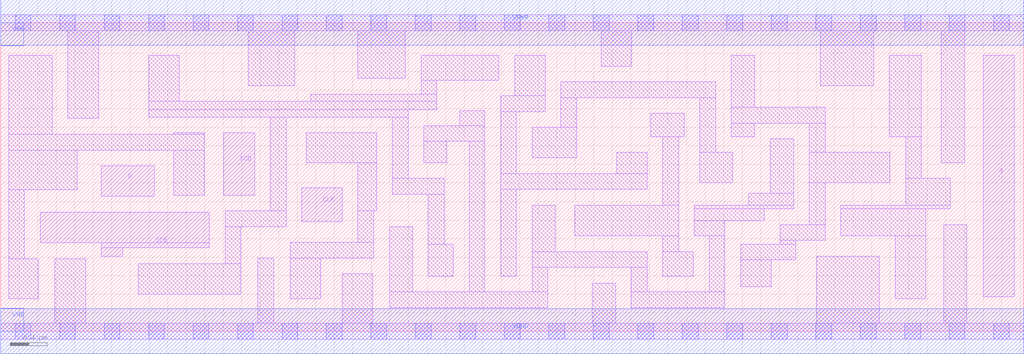
<source format=lef>
# Copyright 2020 The SkyWater PDK Authors
#
# Licensed under the Apache License, Version 2.0 (the "License");
# you may not use this file except in compliance with the License.
# You may obtain a copy of the License at
#
#     https://www.apache.org/licenses/LICENSE-2.0
#
# Unless required by applicable law or agreed to in writing, software
# distributed under the License is distributed on an "AS IS" BASIS,
# WITHOUT WARRANTIES OR CONDITIONS OF ANY KIND, either express or implied.
# See the License for the specific language governing permissions and
# limitations under the License.
#
# SPDX-License-Identifier: Apache-2.0

VERSION 5.5 ;
NAMESCASESENSITIVE ON ;
BUSBITCHARS "[]" ;
DIVIDERCHAR "/" ;
MACRO sky130_fd_sc_hs__sdfxtp_1
  CLASS CORE ;
  SOURCE USER ;
  ORIGIN  0.000000  0.000000 ;
  SIZE  11.04000 BY  3.330000 ;
  SYMMETRY X Y ;
  SITE unit ;
  PIN D
    ANTENNAGATEAREA  0.159000 ;
    DIRECTION INPUT ;
    USE SIGNAL ;
    PORT
      LAYER li1 ;
        RECT 1.085000 1.455000 1.655000 1.785000 ;
    END
  END D
  PIN Q
    ANTENNADIFFAREA  0.528300 ;
    DIRECTION OUTPUT ;
    USE SIGNAL ;
    PORT
      LAYER li1 ;
        RECT 10.600000 0.370000 10.935000 2.980000 ;
    END
  END Q
  PIN SCD
    ANTENNAGATEAREA  0.159000 ;
    DIRECTION INPUT ;
    USE SIGNAL ;
    PORT
      LAYER li1 ;
        RECT 2.405000 1.470000 2.740000 2.140000 ;
    END
  END SCD
  PIN SCE
    ANTENNAGATEAREA  0.318000 ;
    DIRECTION INPUT ;
    USE SIGNAL ;
    PORT
      LAYER li1 ;
        RECT 0.425000 0.955000 2.250000 1.285000 ;
        RECT 1.085000 0.810000 1.315000 0.900000 ;
        RECT 1.085000 0.900000 2.250000 0.955000 ;
    END
  END SCE
  PIN CLK
    ANTENNAGATEAREA  0.279000 ;
    DIRECTION INPUT ;
    USE CLOCK ;
    PORT
      LAYER li1 ;
        RECT 3.250000 1.180000 3.685000 1.550000 ;
    END
  END CLK
  PIN VGND
    DIRECTION INOUT ;
    USE GROUND ;
    PORT
      LAYER met1 ;
        RECT 0.000000 -0.245000 11.040000 0.245000 ;
    END
  END VGND
  PIN VNB
    DIRECTION INOUT ;
    USE GROUND ;
    PORT
    END
  END VNB
  PIN VPB
    DIRECTION INOUT ;
    USE POWER ;
    PORT
    END
  END VPB
  PIN VNB
    DIRECTION INOUT ;
    USE GROUND ;
    PORT
      LAYER met1 ;
        RECT 0.000000 0.000000 0.250000 0.250000 ;
    END
  END VNB
  PIN VPB
    DIRECTION INOUT ;
    USE POWER ;
    PORT
      LAYER met1 ;
        RECT 0.000000 3.080000 0.250000 3.330000 ;
    END
  END VPB
  PIN VPWR
    DIRECTION INOUT ;
    USE POWER ;
    PORT
      LAYER met1 ;
        RECT 0.000000 3.085000 11.040000 3.575000 ;
    END
  END VPWR
  OBS
    LAYER li1 ;
      RECT  0.000000 -0.085000 11.040000 0.085000 ;
      RECT  0.000000  3.245000 11.040000 3.415000 ;
      RECT  0.085000  0.350000  0.405000 0.785000 ;
      RECT  0.085000  0.785000  0.255000 1.525000 ;
      RECT  0.085000  1.525000  0.825000 1.955000 ;
      RECT  0.085000  1.955000  2.195000 2.125000 ;
      RECT  0.085000  2.125000  0.555000 2.980000 ;
      RECT  0.585000  0.085000  0.915000 0.785000 ;
      RECT  0.725000  2.300000  1.055000 3.245000 ;
      RECT  1.485000  0.400000  2.590000 0.730000 ;
      RECT  1.595000  2.310000  4.395000 2.390000 ;
      RECT  1.595000  2.390000  4.705000 2.480000 ;
      RECT  1.595000  2.480000  1.925000 2.980000 ;
      RECT  1.865000  1.470000  2.195000 1.955000 ;
      RECT  1.865000  2.125000  2.195000 2.140000 ;
      RECT  2.420000  0.730000  2.590000 1.130000 ;
      RECT  2.420000  1.130000  3.080000 1.300000 ;
      RECT  2.670000  2.650000  3.175000 3.245000 ;
      RECT  2.775000  0.085000  2.945000 0.790000 ;
      RECT  2.910000  1.300000  3.080000 2.310000 ;
      RECT  3.125000  0.350000  3.455000 0.790000 ;
      RECT  3.125000  0.790000  4.025000 0.960000 ;
      RECT  3.295000  1.820000  4.055000 2.140000 ;
      RECT  3.345000  2.480000  4.705000 2.560000 ;
      RECT  3.685000  0.085000  4.015000 0.620000 ;
      RECT  3.855000  0.960000  4.025000 1.300000 ;
      RECT  3.855000  1.300000  4.055000 1.820000 ;
      RECT  3.855000  2.730000  4.365000 3.245000 ;
      RECT  4.195000  0.255000  5.905000 0.425000 ;
      RECT  4.195000  0.425000  4.445000 1.130000 ;
      RECT  4.225000  1.480000  4.785000 1.650000 ;
      RECT  4.225000  1.650000  4.395000 2.310000 ;
      RECT  4.535000  2.560000  4.705000 2.710000 ;
      RECT  4.535000  2.710000  5.375000 2.980000 ;
      RECT  4.565000  1.820000  4.815000 2.050000 ;
      RECT  4.565000  2.050000  5.225000 2.220000 ;
      RECT  4.615000  0.595000  4.885000 0.940000 ;
      RECT  4.615000  0.940000  4.785000 1.480000 ;
      RECT  4.955000  2.220000  5.225000 2.380000 ;
      RECT  5.055000  0.425000  5.225000 2.050000 ;
      RECT  5.395000  0.595000  5.565000 1.530000 ;
      RECT  5.395000  1.530000  6.975000 1.700000 ;
      RECT  5.395000  1.700000  5.565000 2.370000 ;
      RECT  5.395000  2.370000  5.875000 2.540000 ;
      RECT  5.545000  2.540000  5.875000 2.980000 ;
      RECT  5.735000  0.425000  5.905000 0.690000 ;
      RECT  5.735000  0.690000  6.975000 0.860000 ;
      RECT  5.735000  0.860000  5.985000 1.360000 ;
      RECT  5.735000  1.870000  6.215000 2.200000 ;
      RECT  6.045000  2.200000  6.215000 2.520000 ;
      RECT  6.045000  2.520000  7.715000 2.690000 ;
      RECT  6.195000  1.030000  7.315000 1.360000 ;
      RECT  6.385000  0.085000  6.635000 0.520000 ;
      RECT  6.480000  2.860000  6.810000 3.245000 ;
      RECT  6.645000  1.700000  6.975000 1.930000 ;
      RECT  6.805000  0.255000  7.815000 0.425000 ;
      RECT  6.805000  0.425000  6.975000 0.690000 ;
      RECT  7.015000  2.100000  7.375000 2.350000 ;
      RECT  7.145000  0.595000  7.475000 0.860000 ;
      RECT  7.145000  0.860000  7.315000 1.030000 ;
      RECT  7.145000  1.360000  7.315000 2.100000 ;
      RECT  7.485000  1.030000  7.815000 1.190000 ;
      RECT  7.485000  1.190000  8.240000 1.320000 ;
      RECT  7.485000  1.320000  8.555000 1.360000 ;
      RECT  7.545000  1.600000  7.900000 1.930000 ;
      RECT  7.545000  1.930000  7.715000 2.520000 ;
      RECT  7.645000  0.425000  7.815000 1.030000 ;
      RECT  7.885000  2.100000  8.135000 2.245000 ;
      RECT  7.885000  2.245000  8.895000 2.415000 ;
      RECT  7.885000  2.415000  8.135000 2.980000 ;
      RECT  7.985000  0.480000  8.315000 0.770000 ;
      RECT  7.985000  0.770000  8.580000 0.940000 ;
      RECT  8.070000  1.360000  8.555000 1.490000 ;
      RECT  8.305000  1.490000  8.555000 2.075000 ;
      RECT  8.410000  0.940000  8.580000 0.980000 ;
      RECT  8.410000  0.980000  8.895000 1.150000 ;
      RECT  8.725000  1.150000  8.895000 1.600000 ;
      RECT  8.725000  1.600000  9.595000 1.930000 ;
      RECT  8.725000  1.930000  8.895000 2.245000 ;
      RECT  8.805000  0.085000  9.480000 0.810000 ;
      RECT  8.845000  2.650000  9.420000 3.245000 ;
      RECT  9.065000  1.030000  9.980000 1.320000 ;
      RECT  9.065000  1.320000 10.245000 1.360000 ;
      RECT  9.590000  2.100000  9.935000 2.980000 ;
      RECT  9.650000  0.350000  9.980000 1.030000 ;
      RECT  9.765000  1.360000 10.245000 1.650000 ;
      RECT  9.765000  1.650000  9.935000 2.100000 ;
      RECT 10.150000  1.820000 10.400000 3.245000 ;
      RECT 10.175000  0.085000 10.425000 1.150000 ;
    LAYER mcon ;
      RECT  0.155000 -0.085000  0.325000 0.085000 ;
      RECT  0.155000  3.245000  0.325000 3.415000 ;
      RECT  0.635000 -0.085000  0.805000 0.085000 ;
      RECT  0.635000  3.245000  0.805000 3.415000 ;
      RECT  1.115000 -0.085000  1.285000 0.085000 ;
      RECT  1.115000  3.245000  1.285000 3.415000 ;
      RECT  1.595000 -0.085000  1.765000 0.085000 ;
      RECT  1.595000  3.245000  1.765000 3.415000 ;
      RECT  2.075000 -0.085000  2.245000 0.085000 ;
      RECT  2.075000  3.245000  2.245000 3.415000 ;
      RECT  2.555000 -0.085000  2.725000 0.085000 ;
      RECT  2.555000  3.245000  2.725000 3.415000 ;
      RECT  3.035000 -0.085000  3.205000 0.085000 ;
      RECT  3.035000  3.245000  3.205000 3.415000 ;
      RECT  3.515000 -0.085000  3.685000 0.085000 ;
      RECT  3.515000  3.245000  3.685000 3.415000 ;
      RECT  3.995000 -0.085000  4.165000 0.085000 ;
      RECT  3.995000  3.245000  4.165000 3.415000 ;
      RECT  4.475000 -0.085000  4.645000 0.085000 ;
      RECT  4.475000  3.245000  4.645000 3.415000 ;
      RECT  4.955000 -0.085000  5.125000 0.085000 ;
      RECT  4.955000  3.245000  5.125000 3.415000 ;
      RECT  5.435000 -0.085000  5.605000 0.085000 ;
      RECT  5.435000  3.245000  5.605000 3.415000 ;
      RECT  5.915000 -0.085000  6.085000 0.085000 ;
      RECT  5.915000  3.245000  6.085000 3.415000 ;
      RECT  6.395000 -0.085000  6.565000 0.085000 ;
      RECT  6.395000  3.245000  6.565000 3.415000 ;
      RECT  6.875000 -0.085000  7.045000 0.085000 ;
      RECT  6.875000  3.245000  7.045000 3.415000 ;
      RECT  7.355000 -0.085000  7.525000 0.085000 ;
      RECT  7.355000  3.245000  7.525000 3.415000 ;
      RECT  7.835000 -0.085000  8.005000 0.085000 ;
      RECT  7.835000  3.245000  8.005000 3.415000 ;
      RECT  8.315000 -0.085000  8.485000 0.085000 ;
      RECT  8.315000  3.245000  8.485000 3.415000 ;
      RECT  8.795000 -0.085000  8.965000 0.085000 ;
      RECT  8.795000  3.245000  8.965000 3.415000 ;
      RECT  9.275000 -0.085000  9.445000 0.085000 ;
      RECT  9.275000  3.245000  9.445000 3.415000 ;
      RECT  9.755000 -0.085000  9.925000 0.085000 ;
      RECT  9.755000  3.245000  9.925000 3.415000 ;
      RECT 10.235000 -0.085000 10.405000 0.085000 ;
      RECT 10.235000  3.245000 10.405000 3.415000 ;
      RECT 10.715000 -0.085000 10.885000 0.085000 ;
      RECT 10.715000  3.245000 10.885000 3.415000 ;
  END
END sky130_fd_sc_hs__sdfxtp_1
END LIBRARY

</source>
